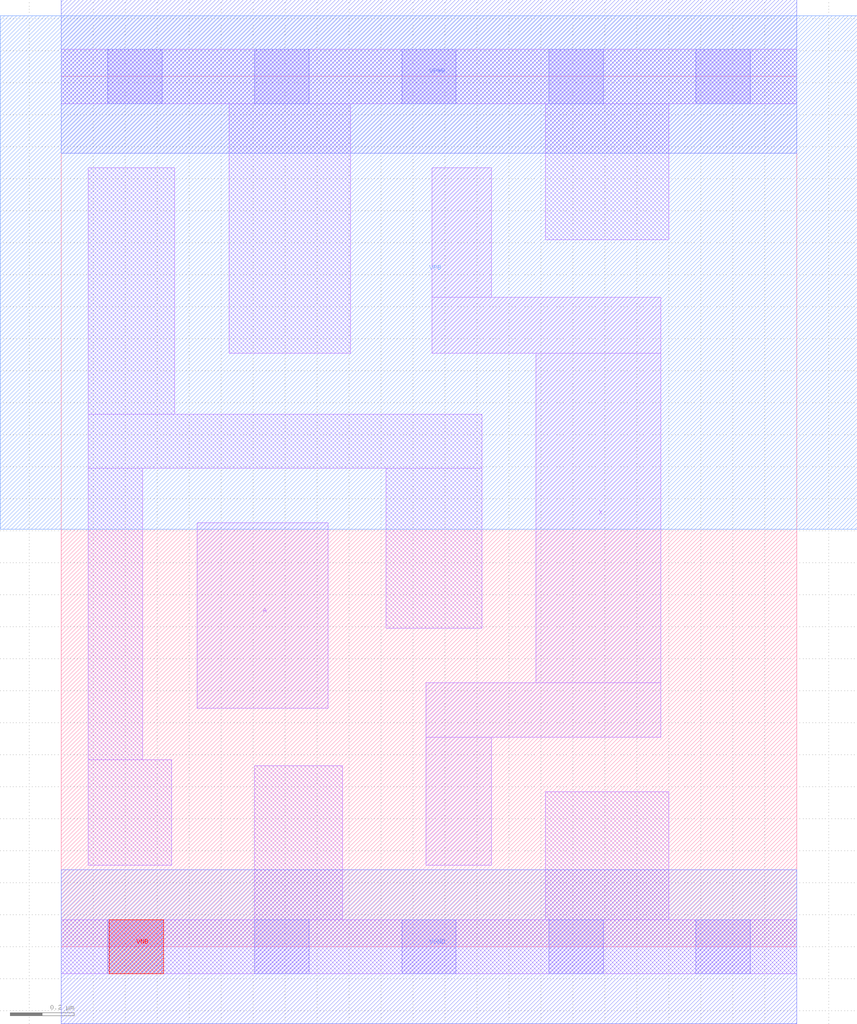
<source format=lef>
# Copyright 2020 The SkyWater PDK Authors
#
# Licensed under the Apache License, Version 2.0 (the "License");
# you may not use this file except in compliance with the License.
# You may obtain a copy of the License at
#
#     https://www.apache.org/licenses/LICENSE-2.0
#
# Unless required by applicable law or agreed to in writing, software
# distributed under the License is distributed on an "AS IS" BASIS,
# WITHOUT WARRANTIES OR CONDITIONS OF ANY KIND, either express or implied.
# See the License for the specific language governing permissions and
# limitations under the License.
#
# SPDX-License-Identifier: Apache-2.0

VERSION 5.7 ;
  NOWIREEXTENSIONATPIN ON ;
  DIVIDERCHAR "/" ;
  BUSBITCHARS "[]" ;
PROPERTYDEFINITIONS
  MACRO maskLayoutSubType STRING ;
  MACRO prCellType STRING ;
  MACRO originalViewName STRING ;
END PROPERTYDEFINITIONS
MACRO sky130_fd_sc_hdll__clkbuf_2
  CLASS CORE ;
  FOREIGN sky130_fd_sc_hdll__clkbuf_2 ;
  ORIGIN  0.000000  0.000000 ;
  SIZE  2.300000 BY  2.720000 ;
  SYMMETRY X Y R90 ;
  SITE unithd ;
  PIN A
    ANTENNAGATEAREA  0.243000 ;
    DIRECTION INPUT ;
    USE SIGNAL ;
    PORT
      LAYER li1 ;
        RECT 0.425000 0.745000 0.835000 1.325000 ;
    END
  END A
  PIN VNB
    PORT
      LAYER pwell ;
        RECT 0.150000 -0.085000 0.320000 0.085000 ;
    END
  END VNB
  PIN VPB
    PORT
      LAYER nwell ;
        RECT -0.190000 1.305000 2.490000 2.910000 ;
    END
  END VPB
  PIN X
    ANTENNADIFFAREA  0.445400 ;
    DIRECTION OUTPUT ;
    USE SIGNAL ;
    PORT
      LAYER li1 ;
        RECT 1.140000 0.255000 1.345000 0.655000 ;
        RECT 1.140000 0.655000 1.875000 0.825000 ;
        RECT 1.160000 1.855000 1.875000 2.030000 ;
        RECT 1.160000 2.030000 1.345000 2.435000 ;
        RECT 1.485000 0.825000 1.875000 1.855000 ;
    END
  END X
  PIN VGND
    DIRECTION INOUT ;
    USE GROUND ;
    PORT
      LAYER met1 ;
        RECT 0.000000 -0.240000 2.300000 0.240000 ;
    END
  END VGND
  PIN VPWR
    DIRECTION INOUT ;
    USE POWER ;
    PORT
      LAYER met1 ;
        RECT 0.000000 2.480000 2.300000 2.960000 ;
    END
  END VPWR
  OBS
    LAYER li1 ;
      RECT 0.000000 -0.085000 2.300000 0.085000 ;
      RECT 0.000000  2.635000 2.300000 2.805000 ;
      RECT 0.085000  0.255000 0.345000 0.585000 ;
      RECT 0.085000  0.585000 0.255000 1.495000 ;
      RECT 0.085000  1.495000 1.315000 1.665000 ;
      RECT 0.085000  1.665000 0.355000 2.435000 ;
      RECT 0.525000  1.855000 0.905000 2.635000 ;
      RECT 0.605000  0.085000 0.880000 0.565000 ;
      RECT 1.015000  0.995000 1.315000 1.495000 ;
      RECT 1.515000  0.085000 1.900000 0.485000 ;
      RECT 1.515000  2.210000 1.900000 2.635000 ;
    LAYER mcon ;
      RECT 0.145000 -0.085000 0.315000 0.085000 ;
      RECT 0.145000  2.635000 0.315000 2.805000 ;
      RECT 0.605000 -0.085000 0.775000 0.085000 ;
      RECT 0.605000  2.635000 0.775000 2.805000 ;
      RECT 1.065000 -0.085000 1.235000 0.085000 ;
      RECT 1.065000  2.635000 1.235000 2.805000 ;
      RECT 1.525000 -0.085000 1.695000 0.085000 ;
      RECT 1.525000  2.635000 1.695000 2.805000 ;
      RECT 1.985000 -0.085000 2.155000 0.085000 ;
      RECT 1.985000  2.635000 2.155000 2.805000 ;
  END
  PROPERTY maskLayoutSubType "abstract" ;
  PROPERTY prCellType "standard" ;
  PROPERTY originalViewName "layout" ;
END sky130_fd_sc_hdll__clkbuf_2
END LIBRARY

</source>
